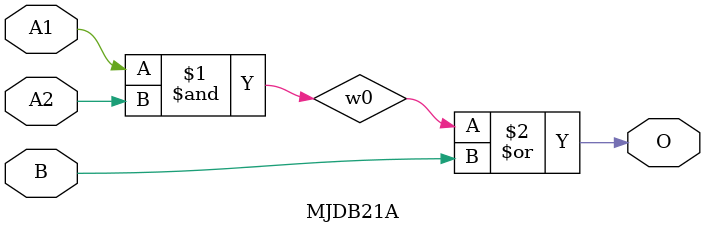
<source format=v>
module MJDB21A(A1, A2, B, O);
input   A1;
input   A2;
input   B;
output  O;
and g0(w0, A1, A2);
or g1(O, w0, B);
endmodule
</source>
